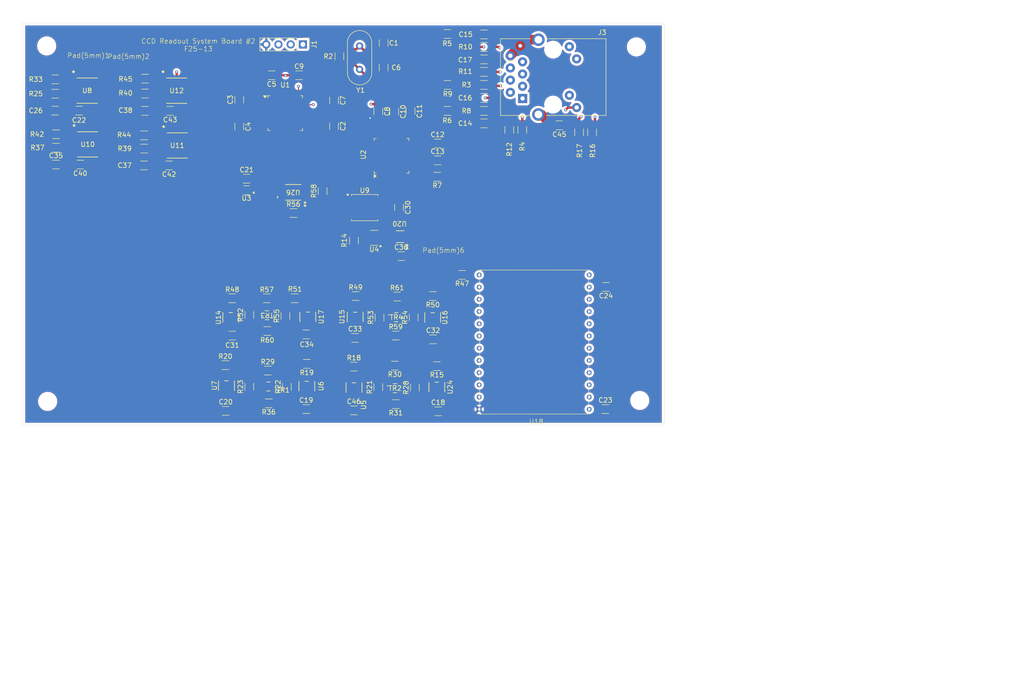
<source format=kicad_pcb>
(kicad_pcb (version 20240108) (generator "pcbnew") (generator_version "8.0")
  (layers (0 "F.Cu" mixed) (1 "In1.Cu" power) (2 "In2.Cu" signal) (3 "In3.Cu" power) (4 "In4.Cu" power) (31 "B.Cu" mixed) (34 "B.Paste" user) (35 "F.Paste" user) (36 "B.SilkS" user "B.Silkscreen") (37 "F.SilkS" user "F.Silkscreen") (38 "B.Mask" user) (39 "F.Mask" user) (44 "Edge.Cuts" user))
  (net 0 "")
  (net 1 "GND")
  (net 2 "Net-(U2-XI{slash}CLKIN)")
  (net 3 "/+3.3V")
  (net 4 "Net-(U2-1V2O)")
  (net 5 "Net-(U2-TOCAP)")
  (net 6 "Net-(C14-Pad1)")
  (net 7 "Net-(C15-Pad1)")
  (net 8 "/+12V")
  (net 9 "+28V")
  (net 10 "/SWDIO")
  (net 11 "/SWCLK")
  (net 12 "GNDPWR")
  (net 13 "Net-(U2-TXN)")
  (net 14 "Net-(U2-TXP)")
  (net 15 "Net-(U2-RXN)")
  (net 16 "Net-(U2-RXP)")
  (net 17 "Net-(U2-EXRES1)")
  (net 18 "/ACTLED")
  (net 19 "/LINKLED")
  (net 20 "Net-(U5-OUT)")
  (net 21 "Net-(R18-Pad2)")
  (net 22 "Net-(U6-OUT)")
  (net 23 "Net-(R19-Pad2)")
  (net 24 "Net-(U7-OUT)")
  (net 25 "Net-(R20-Pad2)")
  (net 26 "Net-(U10-IN+)")
  (net 27 "Net-(U11-IN+)")
  (net 28 "Net-(U12-IN+)")
  (net 29 "Net-(U8-IN+)")
  (net 30 "/+10V")
  (net 31 "/R2_to_CCD")
  (net 32 "/R_to_CCD")
  (net 33 "/R3_to_CCD")
  (net 37 "Net-(U14-OUT)")
  (net 38 "Net-(R48-Pad2)")
  (net 39 "Net-(U15-OUT)")
  (net 40 "Net-(R49-Pad2)")
  (net 41 "Net-(U16-OUT)")
  (net 42 "Net-(R50-Pad2)")
  (net 43 "Net-(R51-Pad2)")
  (net 44 "Net-(U17-OUT)")
  (net 45 "/I1_to_CCD")
  (net 46 "/+15V")
  (net 47 "/I3_to_CCD")
  (net 48 "/I2_to_CCD")
  (net 49 "/R1_to_CCD")
  (net 50 "/Ethernet_MOSI")
  (net 51 "/Ethernet_INTn")
  (net 52 "/I2")
  (net 56 "/E_PM0")
  (net 57 "/ADC_Select")
  (net 58 "/{slash}WP")
  (net 59 "/I3")
  (net 61 "/Flash_MISO")
  (net 62 "/R")
  (net 63 "/Flash_CS")
  (net 65 "/Temp_2")
  (net 66 "/Ethernet_RSTn")
  (net 67 "/E_PM2")
  (net 68 "/R1")
  (net 69 "/Flash_SCK")
  (net 70 "/Flash_MOSI")
  (net 71 "/E_PM1")
  (net 72 "/I1")
  (net 73 "/Ethernet_MISO")
  (net 74 "/Ethernet_CE")
  (net 75 "/R2")
  (net 76 "/Ethernet_SCLK")
  (net 79 "/R3")
  (net 97 "/+5V")
  (net 99 "/+17V")
  (net 100 "/Amp_Sig_1")
  (net 101 "Net-(U24-OUT)")
  (net 102 "Net-(R15-Pad2)")
  (net 108 "/CCD_OUT")
  (net 109 "Net-(J3-RD+)")
  (net 110 "Net-(J3-RD-)")
  (net 111 "Net-(J3-RCT)")
  (net 112 "Net-(J3-TCT)")
  (net 113 "Net-(J3-PadL3)")
  (net 114 "Net-(J3-TD+)")
  (net 115 "Net-(J3-PadL2)")
  (net 117 "Net-(J3-TD-)")
  (net 118 "/Charge_Dump")
  (net 119 "/I2C1_SCL")
  (net 120 "/I2C1_SDA")
  (net 121 "/CD_Gate")
  (net 122 "/Digipot_SHDN#")
  (net 123 "/Amp_Sig_2")
  (net 125 "Net-(Pad(5mm)6-In{slash}Out)")
  (net 127 "Net-(U20-A)")
  (footprint "Capacitor_SMD:C_1206_3216Metric" (layer "F.Cu") (at 63.125 53.14 180)
    (property "Reference" "C42")
    (property "Value" "0.1u")
  )
  (footprint "Resistor_SMD:R_1206_3216Metric" (layer "F.Cu") (at 118.750003 94.86525 180)
    (property "Reference" "R15")
    (property "Value" "10k")
  )
  (footprint "Resistor_SMD:R_1206_3216Metric" (layer "F.Cu") (at 128.5375 28.5 180)
    (property "Reference" "R10")
    (property "Value" "49R9")
  )
  (footprint "Resistor_SMD:R_1206_3216Metric" (layer "F.Cu") (at 114.187503 99.32775 90)
    (property "Reference" "R28")
    (property "Value" "100k")
  )
  (footprint "OPA2994:SOIC8_3P98X5_TEX" (layer "F.Cu") (at 46.1 37.59)
    (property "Reference" "U8")
    (property "Value" "OPA2994IDR")
  )
  (footprint "Capacitor_SMD:C_1206_3216Metric" (layer "F.Cu") (at 128.5575 44.4)
    (property "Reference" "C14")
    (property "Value" "6.8nF")
  )
  (footprint "Resistor_SMD:R_1206_3216Metric" (layer "F.Cu") (at 83.525001 87.56525 180)
    (property "Reference" "R60")
    (property "Value" "100k")
  )
  (footprint "Capacitor_SMD:C_1206_3216Metric" (layer "F.Cu") (at 118.9125 48.5875)
    (property "Reference" "C12")
    (property "Value" "10nF")
  )
  (footprint "Capacitor_SMD:C_1206_3216Metric" (layer "F.Cu") (at 97.4 39.625 -90)
    (property "Reference" "C7")
    (property "Value" "0.1u")
  )
  (footprint "ISL22316WFU10Z:MSOP10_3X3_INR" (layer "F.Cu") (at 88.9125 58.7375 180)
    (property "Reference" "U26")
    (property "Value" "ISL22316WFU10Z")
  )
  (footprint "Resistor_SMD:R_1206_3216Metric" (layer "F.Cu") (at 76.250001 80.76525)
    (property "Reference" "R48")
    (property "Value" "10k")
  )
  (footprint "UCC2751_Footprint:DBV5_TEX" (layer "F.Cu") (at 118.737502 99.2305 90)
    (property "Reference" "U24")
    (property "Value" "UCC27517ADBVR")
  )
  (footprint "Crystal:Crystal_HC49-U_Vertical" (layer "F.Cu") (at 102.7 33.18 90)
    (property "Reference" "Y1")
    (property "Value" "Crystal")
  )
  (footprint "Resistor_SMD:R_1206_3216Metric" (layer "F.Cu") (at 39.4656 38.245)
    (property "Reference" "R25")
    (property "Value" "68k")
  )
  (footprint "Resistor_SMD:R_1206_3216Metric" (layer "F.Cu") (at 133.8 45.7625 90)
    (property "Reference" "R12")
    (property "Value" "49R9")
  )
  (footprint "OPA2994:SOIC8_3P98X5_TEX" (layer "F.Cu") (at 64.8219 48.995)
    (property "Reference" "U11")
    (property "Value" "OPA2994IDR")
  )
  (footprint "Resistor_SMD:R_1206_3216Metric" (layer "F.Cu") (at 128.5375 41.8)
    (property "Reference" "R8")
    (property "Value" "49R9")
  )
  (footprint "Pad(5mm):2mm Pad" (layer "F.Cu") (at 47.4 27.85 -90)
    (property "Reference" "Pad(5mm)1")
    (property "Value" "~")
  )
  (footprint "Resistor_SMD:R_1206_3216Metric" (layer "F.Cu") (at 83.625003 95.79575)
    (property "Reference" "R29")
    (property "Value" "100k")
  )
  (footprint "Package_TO_SOT_SMD:TSOT-23-6" (layer "F.Cu") (at 105.7382 68.2 180)
    (property "Reference" "U4")
    (property "Value" "LT6200")
  )
  (footprint "Resistor_SMD:R_1206_3216Metric" (layer "F.Cu") (at 117.9 80.3 180)
    (property "Reference" "R50")
    (property "Value" "10k")
  )
  (footprint "Capacitor_SMD:C_1206_3216Metric" (layer "F.Cu") (at 74.887501 104.16525)
    (property "Reference" "C20")
    (property "Value" "0.1u")
  )
  (footprint "Resistor_SMD:R_1206_3216Metric" (layer "F.Cu") (at 101.525003 94.96525)
    (property "Reference" "R18")
    (property "Value" "10k")
  )
  (footprint "Resistor_SMD:R_1206_3216Metric" (layer "F.Cu") (at 101.875 80.3)
    (property "Reference" "R49")
    (property "Value" "10k")
  )
  (footprint "Resistor_SMD:R_1206_3216Metric" (layer "F.Cu") (at 110.5 80.4)
    (property "Reference" "R61")
    (property "Value" "100k")
  )
  (footprint "Capacitor_SMD:C_1206_3216Metric" (layer "F.Cu") (at 76.254932 88.51525)
    (property "Reference" "C31")
    (property "Value" "0.1u")
  )
  (footprint "UCC2751_Footprint:DBV5_TEX" (layer "F.Cu") (at 91.737502 99.0305 90)
    (property "Reference" "U6")
    (property "Value" "UCC27517ADBVR")
  )
  (footprint "MountingHole:MountingHole_3.5mm" (layer "F.Cu") (at 160.2 28.5)
    (property "Reference" "REF**" (hide yes))
    (property "Value" "MountingHole_3.5mm")
  )
  (footprint "Resistor_SMD:R_1206_3216Metric" (layer "F.Cu") (at 91.725001 94.39575 180)
    (property "Reference" "R19")
    (property "Value" "10k")
  )
  (footprint "Capacitor_SMD:C_1206_3216Metric" (layer "F.Cu") (at 107.7 27.7 90)
    (property "Reference" "C1")
    (property "Value" "18pF")
  )
  (footprint "Resistor_SMD:R_1206_3216Metric" (layer "F.Cu") (at 87.587503 99.15825 90)
    (property "Reference" "R22")
    (property "Value" "100k")
  )
  (footprint "Capacitor_SMD:C_1206_3216Metric" (layer "F.Cu") (at 84.425 34.4 180)
    (property "Reference" "C5")
    (property "Value" "0.1u")
  )
  (footprint "Pad(5mm):2mm Pad" (layer "F.Cu") (at 115.1257 68.7)
    (property "Reference" "Pad(5mm)6")
    (property "Value" "~")
  )
  (footprint "Capacitor_SMD:C_1206_3216Metric" (layer "F.Cu") (at 79.2375 55.9)
    (property "Reference" "C21")
    (property "Value" "0.1u")
  )
  (footprint "Capacitor_SMD:C_1206_3216Metric" (layer "F.Cu") (at 101.7625 89)
    (property "Reference" "C33")
    (property "Value" "0.1u")
  )
  (footprint "Pad(5mm):2mm Pad" (layer "F.Cu") (at 53.4 27.9 -90)
    (property "Reference" "Pad(5mm)2")
    (property "Value" "~")
  )
  (footprint "Capacitor_SMD:C_1206_3216Metric" (layer "F.Cu") (at 90.125 34.4)
    (property "Reference" "C9")
    (property "Value" "0.1u")
  )
  (footprint "Capacitor_SMD:C_1206_3216Metric" (layer "F.Cu") (at 39.625 52.96)
    (property "Reference" "C35")
    (property "Value" "10u")
  )
  (footprint "EM6K7:TRANS_EM6_ROM" (layer "F.Cu") (at 110.312 84.700001)
    (property "Reference" "TR4")
    (property "Value" "EM6K7T2R")
  )
  (footprint "Resistor_SMD:R_1206_3216Metric" (layer "F.Cu") (at 148.3 46.2625 -90)
    (property "Reference" "R17")
    (property "Value" "330R")
  )
  (footprint "Resistor_SMD:R_1206_3216Metric" (layer "F.Cu") (at 79.787501 84.22775 90)
    (property "Reference" "R52")
    (property "Value" "100k")
  )
  (footprint "EM6K7:TRANS_EM6_ROM" (layer "F.Cu") (at 110.062003 99.465249)
    (property "Reference" "TR2")
    (property "Value" "EM6K7T2R")
  )
  (footprint "Resistor_SMD:R_1206_3216Metric" (layer "F.Cu") (at 98.5 30.4625 90)
    (property "Reference" "R2")
    (property "Value" "1M")
  )
  (footprint "Capacitor_SMD:C_1206_3216Metric" (layer "F.Cu") (at 128.5575 39.1 180)
    (property "Reference" "C16")
    (property "Value" "10nF")
  )
  (footprint "Resistor_SMD:R_1206_3216Metric" (layer "F.Cu") (at 120.9375 41.8)
    (property "Reference" "R6")
    (property "Value" "33")
  )
  (footprint "Capacitor_SMD:C_1206_3216Metric" (layer "F.Cu") (at 77.7 45.075 -90)
    (property "Reference" "C4")
    (property "Value" "0.1u")
  )
  (footprint "Resistor_SMD:R_1206_3216Metric" (layer "F.Cu") (at 113.9375 84.7375 90)
    (property "Reference" "R54")
    (property "Value" "100k")
  )
  (footprint "NC7SB3157:SC-70_6L_ONS-M" (layer "F.Cu") (at 111.11285 67.949999 180)
    (property "Reference" "U20")
    (property "Value" "NC7SB3157P6X")
  )
  (footprint "Resistor_SMD:R_1206_3216Metric" (layer "F.Cu") (at 88.95925 63.037499)
    (property "Reference" "R56")
    (property "Value" "10k")
  )
  (footprint "Resistor_SMD:R_1206_3216Metric" (layer "F.Cu") (at 39.6375 46.66)
    (property "Reference" "R42")
    (property "Value" "100k")
  )
  (footprint "Capacitor_SMD:C_1206_3216Metric" (layer "F.Cu") (at 91.612501 88.26525)
    (property "Reference" "C34")
    (property "Value" "0.1u")
  )
  (footprint "OPA2994:SOIC8_3P98X5_TEX" (layer "F.Cu") (at 46.2219 48.765)
    (property "Reference" "U10")
    (property "Value" "OPA2994IDR")
  )
  (footprint "UCC2751_Footprint:DBV5_TEX" (layer "F.Cu") (at 91.9375 84.6305 90)
    (property "Reference" "U17")
    (property "Value" "UCC27517ADBVR")
  )
  (footprint "Capacitor_SMD:C_1206_3216Metric" (layer "F.Cu") (at 97.4 44.975 -90)
    (property "Reference" "C2")
    (property "Value" "1u")
  )
  (footprint "Resistor_SMD:R_1206_3216Metric" (layer "F.Cu") (at 151 46.2625 -90)
    (property "Reference" "R16")
    (property "Value" "330R")
  )
  (footprint "UCC2751_Footprint:DBV5_TEX" (layer "F.Cu") (at 75.037502 98.9305 90)
    (property "Reference" "U7")
    (property "Value" "UCC27517ADBVR")
  )
  (footprint "MountingHole:MountingHole_3.5mm" (layer "F.Cu") (at 37.9 102.2)
    (property "Reference" "REF**" (hide yes))
    (property "Value" "MountingHole_3.5mm")
  )
  (footprint "Resistor_SMD:R_1206_3216Metric" (layer "F.Cu") (at 118.8375 55.5 180)
    (property "Reference" "R7")
    (property "Value" "12.4k")
  )
  (footprint "Package_TO_SOT_SMD:SOT-563" (layer "F.Cu") (at 79.2 58.3 180)
    (property "Reference" "U3")
    (property "Value" "TMP20AIDRL")
  )
  (footprint "Capacitor_SMD:C_1206_3216Metric" (layer "F.Cu") (at 101.512503 104.06525)
    (property "Reference" "C46")
    (property "Value" "0.1u")
  )
  (footprint "Capacitor_SMD:C_1206_3216Metric" (layer "F.Cu") (at 128.5575 31.1 180)
    (property "Reference" "C17")
    (property "Value" "22nF")
  )
  (footprint "Capacitor_SMD:C_1206_3216Metric" (layer "F.Cu") (at 109.8875 41.9625 -90)
    (property "Reference" "C10")
    (property "Value" "0.1u")
  )
  (footprint "UCC2751_Footprint:DBV5_TEX" (layer "F.Cu") (at 75.9375 84.7305 90)
    (property "Reference" "U14")
    (property "Value" "UCC27517ADBVR")
  )
  (footprint "Package_SO:SOP-8_5.28x5.23mm_P1.27mm" (layer "F.Cu") (at 103.762896 61.910686)
    (property "Reference" "U9")
    (property "Value" "W25X20CLSN")
  )
  (footprint "Package_QFP:LQFP-48_7x7mm_P0.5mm" (layer "F.Cu") (at 87.25 42.2625)
    (property "Reference" "U1")
    (property "Value" "STM32L052C8Tx")
  )
  (footprint "Capacitor_SMD:C_1206_3216Metric" (layer "F.Cu") (at 111.3507 72)
    (property "Reference" "C36")
    (property "Value" "0.1u")
  )
  (footprint "Capacitor_SMD:C_1206_3216Metric" (layer "F.Cu") (at 106.5875 41.9125 -90)
    (property "Reference" "C8")
    (property "Value" "10u")
  )
  (footprint "Capacitor_SMD:C_1206_3216Metric" (layer "F.Cu") (at 117.9625 89.3)
    (property "Reference" "C32")
    (property "Value" "0.1u")
  )
  (footprint "Resistor_SMD:R_1206_3216Metric" (layer "F.Cu") (at 101.5257 68.7625 -90)
    (property "Reference" "R14")
    (property "Value" "10k")
  )
  (footprint "Capacitor_SMD:C_1206_3216Metric" (layer "F.Cu") (at 63.3531 41.795 180)
    (property "Reference" "C43")
    (property "Value" "0.1u")
  )
  (footprint "Resistor_SMD:R_1206_3216Metric" (layer "F.Cu") (at 58.1156 38.195)
    (property "Reference" "R40")
    (property "Value" "750k")
  )
  (footprint "Resistor_SMD:R_1206_3216Metric" (layer "F.Cu") (at 79.787501 99.15825 90)
    (property "Reference" "R23")
    (property "Value" "100k")
  )
  (footprint "Resistor_SMD:R_1206_3216Metric" (layer "F.Cu") (at 87.287501 84.42775 90)
    (property "Reference" "R55")
    (property "Value" "100k")
  )
  (footprint "Resistor_SMD:R_1206_3216Metric" (layer "F.Cu") (at 39.4656 35.245)
    (property "Reference" "R33")
    (property "Value" "100k")
  )
  (footprint "Capacitor_SMD:C_1206_3216Metric" (layer "F.Cu") (at 153.875 78.4 180)
    (property "Reference" "C24")
    (property "Value" "0.1u")
  )
  (footprint "Resistor_SMD:R_1206_3216Metric" (layer "F.Cu") (at 110.2 88.5)
    (property "Reference" "R59")
    (property "Value" "100k")
  )
  (footprint "Capacitor_SMD:C_1206_3216Metric" (layer "F.Cu") (at 119.012503 104.26525)
    (property "Reference" "C18")
    (property "Value" "0.1u")
  )
  (footprint "EM6K7:TRANS_EM6_ROM" (layer "F.Cu") (at 83.762001 99.095749 180)
    (property "Reference" "TR1")
    (property "Value" "EM6K7T2R")
  )
  (footprint "UCC2751_Footprint:DBV5_TEX" (layer "F.Cu") (at 101.787499 84.66525 90)
    (property "Reference" "U15")
    (property "Value" "UCC27517ADBVR")
  )
  (footprint "Resistor_SMD:R_1206_3216Metric" (layer "F.Cu") (at 83.425001 80.76525 180)
    (property "Reference" "R57")
    (property "Value" "100k")
  )
  (footprint "Resistor_SMD:R_1206_3216Metric" (layer "F.Cu") (at 57.9375 46.89)
    (property "Reference" "R44")
    (property "Value" "100k")
  )
  (footprint "Capacitor_SMD:C_1206_3216Metric" (layer "F.Cu") (at 113.2875 41.8625 -90)
    (property "Reference" "C11")
    (property "Value" "0.1u")
  )
  (footprint "Resistor_SMD:R_1206_3216Metric" (layer "F.Cu") (at 128.5375 36.4)
    (property "Reference" "R3")
    (property "Value" "33")
  )
  (footprint "UCC2751_Footprint:DBV5_TEX" (layer "F.Cu") (at 101.537504 99.3305 90)
    (property "Reference" "U5")
    (property "Value" "UCC27517ADBVR")
  )
  (footprint "Resistor_SMD:R_1206_3216Metric" (layer "F.Cu") (at 58.1156 35.095)
    (property "Reference" "R45")
    (property "Value" "100k")
  )
  (footprint "Capacitor_SMD:C_1206_3216Metric" (layer "F.Cu") (at 144.175 44.8 180)
    (property "Reference" "C45")
    (property "Value" "1nF")
  )
  (footprint "UCC2751_Footprint:DBV5_TEX" (layer "F.Cu") (at 117.887501 84.76525 90)
    (property "Reference" "U16")
    (property "Value" "UCC27517ADBVR")
  )
  (footprint "Capacitor_SMD:C_1206_3216Metric" (layer "F.Cu") (at 153.775 103.8)
    (property "Reference" "C23")
    (property "Value" "0.1u")
  )
  (footprint "CCD_Sensor_Footprint:CCD Sensor" (layer "F.Cu") (at 127.54 103.84 90)
    (property "Reference" "U18")
    (property "Value" "~")
  )
  (footprint "Capacitor_SMD:C_1206_3216Metric" (layer "F.Cu") (at 91.612501 103.79575)
    (property "Reference" "C19")
    (property "Value" "0.1u")
  )
  (footprint "MountingHole:MountingHole_3.5mm" (layer "F.Cu") (at 37.7 28.3)
    (property "Reference" "REF**" (hide yes))
    (property "Value" "MountingHole_3.5mm")
  )
  (footprint "Resistor_SMD:R_1206_3216Metric" (layer "F.Cu") (at 124 75.9 180)
    (property "Reference" "R47")
    (property "Value" "5k")
  )
  (footprint "Capacitor_SMD:C_1206_3216Metric" (layer "F.Cu") (at 58.1031 41.795)
    (property "Reference" "C38")
    (property "Value" "10u")
  )
  (footprint "Resistor_SMD:R_1206_3216Metric" (layer "F.Cu") (at 57.9375 49.64)
    (property "Reference" "R39")
    (property "Value" "470k")
  )
  (footprint "Resistor_SMD:R_1206_3216Metric" (layer "F.Cu") (at 89.225001 80.76525 180)
    (property "Reference" "R51")
    (property "Value" "10k")
  )
  (footprint "Resistor_SMD:R_1206_3216Metric" (layer "F.Cu") (at 106.8375 84.7625 90)
    (property "Reference" "R53")
    (property "Value" "100k")
  )
  (footprint "Resistor_SMD:R_1206_3216Metric" (layer "F.Cu") (at 95.02175 58.474999 90)
    (property "Reference" "R58")
    (property "Value" "10k")
  )
  (footprint "Resistor_SMD:R_1206_3216Metric" (layer "F.Cu") (at 39.6375 49.46)
    (property "Reference" "R37")
    (property "Value" "180k")
  )
  (footprint "Capacitor_SMD:C_1206_3216Metric" (layer "F.Cu") (at 77.7 39.475 90)
    (property "Reference" "C3")
    (property "Value" "10u")
  )
  (footprint "Capacitor_SMD:C_1206_3216Metric" (layer "F.Cu") (at 118.9125 52.0875)
    (property "Reference" "C13")
    (property "Value" "4.7nF")
  )
  (footprint "Capacitor_SMD:C_1206_3216Metric" (layer "F.Cu") (at 110.9 61.875 -90)
    (property "Reference" "C30")
    (property "Value" "0.1u")
  )
  (footprint "Resistor_SMD:R_1206_3216Metric" (layer "F.Cu") (at 74.825001 94.66525)
    (property "Reference" "R20")
    (property "Value" "10k")
  )
  (footprint "Resistor_SMD:R_1206_3216Metric" (layer "F.Cu") (at 110.225003 102.76525 180)
    (property "Reference" "R31")
    (property "Value" "100k")
  )
  (footprint "EM6K7:TRANS_EM6_ROM" (layer "F.Cu") (at 83.462001 84.290249 180)
    (property "Reference" "TR3")
    (property "Value" "EM6K7T2R")
  )
  (footprint "Capacitor_SMD:C_1206_3216Metric" (layer "F.Cu") (at 39.4531 41.745)
    (property "Reference" "C26")
    (property "Value" "0.1u")
  )
  (footprint "OPA2994:SOIC8_3P98X5_TEX" (layer "F.Cu") (at 64.7 37.6)
    (property "Reference" "U12")
    (property "Value" "OPA2994IDR")
  )
  (footprint "Package_QFP:LQFP-48_7x7mm_P0.5mm" (layer "F.Cu") (at 109.3375 51.15 90)
    (property "Reference" "U2")
    (property "Value" "W5500")
  )
  (footprint "Resistor_SMD:R_1206_3216Metric" (layer "F.Cu") (at 120.9375 25.8)
    (property "Reference" "R5")
    (property "Value" "33")
  )
  (footprint "Connector_PinHeader_2.54mm:PinHeader_1x04_P2.54mm_Vertical" (layer "F.Cu") (at 90.9275 27.9875 -90)
    (property "Reference" "J1")
    (property "Value" "Conn_01x04_Pin")
  )
  (footprint "Capacitor_SMD:C_1206_3216Metric" (layer "F.Cu") (at 107.7 32.8 90)
    (property "Reference" "C6")
    (property "Value" "18pF")
  )
  (footprint "Resistor_SMD:R_1206_3216Metric" (layer "F.Cu") (at 110.025003 94.76525 180)
    (property "Reference" "R30")
    (property "Value" "100k")
  )
  (footprint "Capacitor_SMD:C_1206_3216Metric" (layer "F.Cu") (at 128.5575 25.9)
    (property "Reference" "C15")
    (property "Value" "6.8nF")
  )
  (footprint "Resistor_SMD:R_1206_3216Metric" (layer "F.Cu") (at 128.5375 33.7)
    (property "Reference" "R11")
    (property "Value" "49R9")
  )
  (footprint "Capacitor_SMD:C_1206_3216Metric" (layer "F.Cu") (at 44.4531 41.745 180)
    (property "Reference" "C22")
    (property "Value" "10u")
  )
  (footprint "Resistor_SMD:R_1206_3216Metric" (layer "F.Cu") (at 120.9375 36.4)
    (property "Reference" "R9")
    (property "Value" "49R9")
  )
  (footprint "Capacitor_SMD:C_1206_3216Metric" (layer "F.Cu") (at 44.675 52.96 180)
    (property "Reference" "C40")
    (property "Value" "0.1u")
  )
  (footprint "Connector_RJ:RJ45_Amphenol_RJMG1BD3B8K1ANR" (layer "F.Cu") (at 136.56 39.22 90)
    (property "Reference" "J3")
    (property "Value" "RJ45_Amphenol_RJMG1BD3B8K1ANR")
  )
  (footprint "Capacitor_SMD:C_1206_3216Metric" (layer "F.Cu") (at 57.925 53.14)
    (property "Reference" "C37")
    (property "Value" "10u")
  )
  (footprint "Resistor_SMD:R_1206_3216Metric" (layer "F.Cu") (at 83.825001 102.59575 180)
    (property "Reference" "R36")
    (property "Value" "100k")
  )
  (footprint "Resistor_SMD:R_1206_3216Metric" (layer "F.Cu") (at 136.5 45.7625 90)
    (property "Reference" "R4")
    (property "Value" "33")
  )
  (footprint "MountingHole:MountingHole_3.5mm" (layer "F.Cu") (at 160.9 102)
    (property "Reference" "REF**" (hide yes))
    (property "Value" "MountingHole_3.5mm")
  )
  (footprint "Resistor_SMD:R_1206_3216Metric" (layer "F.Cu") (at 106.587503 99.22775 90)
    (property "Reference" "R21")
    (property "Value" "100k")
  )
  (gr_rect (start 32.76 23.54) (end 165.96 107.14) (stroke (width 0.05)) (fill none) (layer "Edge.Cuts"))
  (gr_text "CCD Readout System Board #2\nF25-13" (at 69.2 29.5 0) (layer "F.SilkS") (effects (font (size 1 1) (thickness 0.1)) (justify bottom)))
  (segment (start 106.5 43.3) (end 106.5875 43.3875) (width 0.5) (layer "F.Cu") (net 1))
  (segment (start 104.9 43.3) (end 106.5 43.3) (width 0.5) (layer "F.Cu") (net 1))
  (via (at 104.9 43.3) (size 0.6) (drill 0.3) (layers "F.Cu" "B.Cu") (net 1))
  (segment (start 103.795 34.275) (end 102.7 33.18) (width 0.5) (layer "F.Cu") (net 2))
  (segment (start 102 29) (end 102.7 28.3) (width 0.5) (layer "F.Cu") (net 2))
  (segment (start 98.5 31.925) (end 101.445 31.925) (width 0.5) (layer "F.Cu") (net 2))
  (segment (start 98.5 29) (end 102 29) (width 0.5) (layer "F.Cu") (net 2))
  (segment (start 107.7 34.275) (end 103.795 34.275) (width 0.5) (layer "F.Cu") (net 2))
  (segment (start 101.445 31.925) (end 102.7 33.18) (width 0.5) (layer "F.Cu") (net 2))
  (segment (start 103.575 29.175) (end 102.7 28.3) (width 0.5) (layer "F.Cu") (net 2))
  (segment (start 109.0875 46.9875) (end 109.5875 46.9875) (width 0.25) (layer "F.Cu") (net 2))
  (segment (start 98.5 29) (end 98.5 31.925) (width 0.5) (layer "F.Cu") (net 2))
  (segment (start 107.7 29.175) (end 103.575 29.175) (width 0.5) (layer "F.Cu") (net 2))
  (segment (start 88.65 34.4) (end 87.375 34.4) (width 0.5) (layer "F.Cu") (net 3))
  (segment (start 87.225 34.4) (end 87.3 34.475) (width 0.5) (layer "F.Cu") (net 3))
  (segment (start 109.8875 40.4875) (end 113.1875 40.4875) (width 0.5) (layer "F.Cu") (net 3))
  (segment (start 146 41.1) (end 145.5 41.6) (width 0.5) (layer "F.Cu") (net 3))
  (segment (start 64.7 36.3426) (end 66.5924 38.235) (width 0.5) (layer "F.Cu") (net 3))
  (segment (start 105.1 40.4) (end 106.55 40.4) (width 0.5) (layer "F.Cu") (net 3))
  (segment (start 109.8375 40.4375) (end 109.8875 40.4875) (width 0.5) (layer "F.Cu") (net 3))
  (segment (start 147.8 41.1) (end 146 41.1) (width 0.5) (layer "F.Cu") (net 3))
  (segment (start 106.5875 40.4375) (end 109.8375 40.4375) (width 0.5) (layer "F.Cu") (net 3))
  (segment (start 106.55 40.4) (end 106.5875 40.4375) (width 0.5) (layer "F.Cu") (net 3))
  (segment (start 85.9 34.4) (end 87.225 34.4) (width 0.5) (layer "F.Cu") (net 3))
  (segment (start 87.375 34.4) (end 87.3 34.475) (width 0.5) (layer "F.Cu") (net 3))
  (segment (start 66.5924 38.235) (end 67.2781 38.235) (width 0.5) (layer "F.Cu") (net 3))
  (segment (start 64.7 34.9838) (end 64.7 33.7) (width 0.5) (layer "F.Cu") (net 3))
  (segment (start 62.1219 36.965) (end 62.7188 36.965) (width 0.5) (layer "F.Cu") (net 3))
  (segment (start 113.1875 40.4875) (end 113.2875 40.3875) (width 0.5) (layer "F.Cu") (net 3))
  (segment (start 64.7 34.9838) (end 64.7 36.3426) (width 0.5) (layer "F.Cu") (net 3))
  (segment (start 62.7188 36.965) (end 64.7 34.9838) (width 0.5) (layer "F.Cu") (net 3))
  (via (at 145.5 41.6) (size 0.6) (drill 0.3) (layers "F.Cu" "B.Cu") (net 3))
  (via (at 87.3 34.475) (size 0.6) (drill 0.3) (layers "F.Cu" "B.Cu") (net 3))
  (via (at 64.7 33.7) (size 0.6) (drill 0.3) (layers "F.Cu" "B.Cu") (net 3))
  (via (at 105.1 40.4) (size 0.6) (drill 0.3) (layers "F.Cu" "B.Cu") (net 3))
  (segment (start 122.4 41.8) (end 127.075 41.8) (width 0.5) (layer "F.Cu") (net 6))
  (segment (start 127.075 44.3925) (end 127.0825 44.4) (width 0.5) (layer "F.Cu") (net 6))
  (segment (start 127.075 41.8) (end 127.075 44.3925) (width 0.5) (layer "F.Cu") (net 6))
  (segment (start 126.9825 25.8) (end 127.0825 25.9) (width 0.5) (layer "F.Cu") (net 7))
  (segment (start 122.4 25.8) (end 126.9825 25.8) (width 0.5) (layer "F.Cu") (net 7))
  (segment (start 93.0875 40.5125) (end 93.1 40.5) (width 0.2) (layer "F.Cu") (net 10))
  (segment (start 91.4125 40.5125) (end 93.0875 40.5125) (width 0.2) (layer "F.Cu") (net 10))
  (via (at 93.1 40.5) (size 0.6) (drill 0.3) (layers "F.Cu" "B.Cu") (net 10))
  (segment (start 90 38.1) (end 90 36.7) (width 0.2) (layer "F.Cu") (net 11))
  (via (at 90 36.7) (size 0.6) (drill 0.3) (layers "F.Cu" "B.Cu") (net 11))
  (segment (start 134.02 30.33) (end 136.075 28.275) (width 2) (layer "F.Cu") (net 12))
  (segment (start 139.85 42.55) (end 140.45 42.55) (width 2) (layer "F.Cu") (net 12))
  (segment (start 137.35 27) (end 139.85 27) (width 2) (layer "F.Cu") (net 12))
  (segment (start 140.45 42.55) (end 142.7 44.8) (width 2) (layer "F.Cu") (net 12))
  (segment (start 136.075 28.275) (end 137.35 27) (width 2) (layer "F.Cu") (net 12))
  (via (at 136.075 28.275) (size 1) (drill 0.7) (layers "F.Cu" "B.Cu") (net 12))
  (segment (start 130 28.5) (end 131.6 28.5) (width 0.5) (layer "F.Cu") (net 110))
  (segment (start 130 25.9325) (end 130.0325 25.9) (width 0.5) (layer "F.Cu") (net 110))
  (segment (start 131.6 28.5) (end 131.8 28.7) (width 0.5) (layer "F.Cu") (net 110))
  (segment (start 130 28.5) (end 130 25.9325) (width 0.5) (layer "F.Cu") (net 110))
  (via (at 131.8 28.7) (size 0.6) (drill 0.3) (layers "F.Cu" "B.Cu") (net 110))
  (segment (start 130.0325 39.1) (end 128.8 39.1) (width 0.5) (layer "F.Cu") (net 111))
  (segment (start 130.0325 41.7675) (end 130 41.8) (width 0.5) (layer "F.Cu") (net 111))
  (segment (start 127.075 28.5) (end 128.5 28.5) (width 0.5) (layer "F.Cu") (net 111))
  (segment (start 130.0325 39.1) (end 130.0325 41.7675) (width 0.5) (layer "F.Cu") (net 111))
  (via (at 128.5 28.5) (size 0.6) (drill 0.3) (layers "F.Cu" "B.Cu") (net 111))
  (via (at 128.8 39.1) (size 0.6) (drill 0.3) (layers "F.Cu" "B.Cu") (net 111))
  (segment (start 130 33.7) (end 131.9 33.7) (width 0.5) (layer "F.Cu") (net 112))
  (segment (start 130.0325 33.6675) (end 130 33.7) (width 0.5) (layer "F.Cu") (net 112))
  (segment (start 130.0325 31.1) (end 130.0325 33.6675) (width 0.5) (layer "F.Cu") (net 112))
  (via (at 131.9 33.7) (size 0.6) (drill 0.3) (layers "F.Cu" "B.Cu") (net 112))
  (segment (start 148.3 43.4) (end 148.7 43) (width 0.5) (layer "F.Cu") (net 113))
  (segment (start 148.3 44.8) (end 148.3 43.4) (width 0.5) (layer "F.Cu") (net 113))
  (via (at 148.7 43) (size 0.6) (drill 0.3) (layers "F.Cu" "B.Cu") (net 113))
  (segment (start 133.8 44.3) (end 136.5 44.3) (width 0.5) (layer "F.Cu") (net 114))
  (segment (start 136.5 44.3) (end 136.5 43.1) (width 0.5) (layer "F.Cu") (net 114))
  (via (at 136.5 43.1) (size 0.6) (drill 0.3) (layers "F.Cu" "B.Cu") (net 114))
  (segment (start 151 44.8) (end 151.6 44.2) (width 0.5) (layer "F.Cu") (net 115))
  (segment (start 151.6 44.2) (end 151.6 43.1) (width 0.5) (layer "F.Cu") (net 115))
  (via (at 151.6 43.1) (size 0.6) (drill 0.3) (layers "F.Cu" "B.Cu") (net 115))
  (segment (start 130.2 36.6) (end 130 36.4) (width 0.5) (layer "F.Cu") (net 117))
  (segment (start 132 36.6) (end 130.2 36.6) (width 0.5) (layer "F.Cu") (net 117))
  (via (at 132 36.6) (size 0.6) (drill 0.3) (layers "F.Cu" "B.Cu") (net 117))
  (zone (net 1) (net_name "GND") (layer "F.Cu") (priority 2) (connect_pads (clearance 0.5)) (min_thickness 0.25) (fill yes (thermal_gap 0.5) (thermal_bridge_width 0.5))
    (polygon (pts (xy 29.5 19.5) (xy 168.4 20) (xy 169.15 111.05) (xy 30 110.05)))
  )
  (zone (net 1) (net_name "GND") (layer "B.Cu") (priority 3) (connect_pads (clearance 0.5)) (min_thickness 0.25) (fill yes (thermal_gap 0.5) (thermal_bridge_width 0.5))
    (polygon (pts (xy 28.25 20.25) (xy 240.25 19) (xy 239.25 158.75) (xy 28 159.25)))
  )
)
</source>
